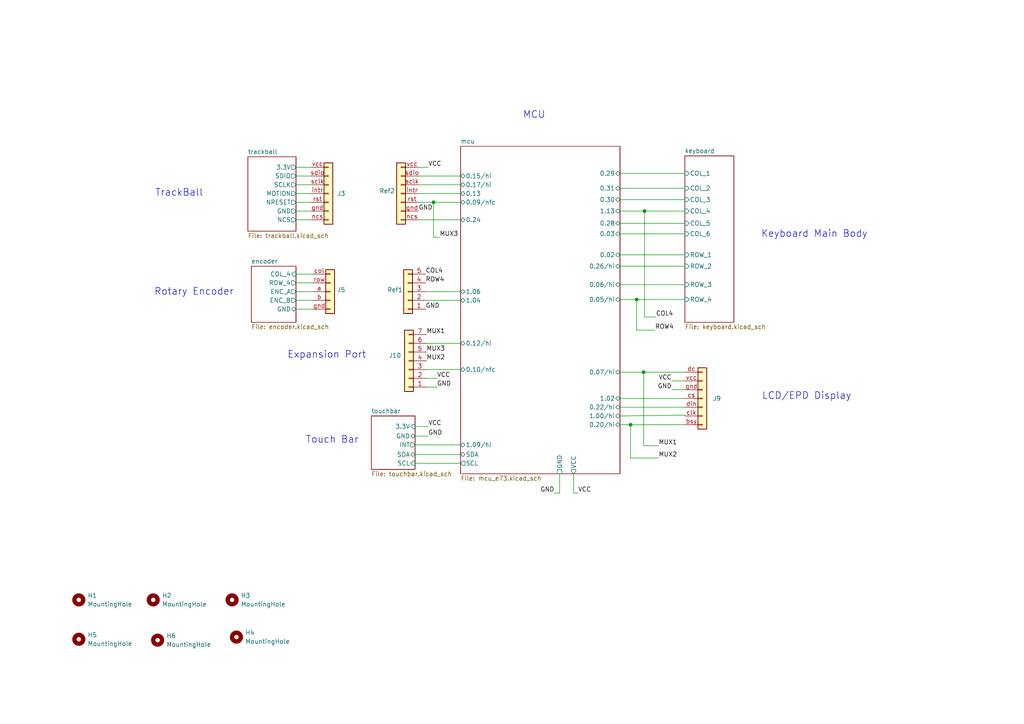
<source format=kicad_sch>
(kicad_sch (version 20211123) (generator eeschema)
  (paper "A4")
  (lib_symbols
    (symbol "Conn_01x05_1" (pin_names (offset 1.016) hide)
      (property "Reference" "J5" (at -1.016 3.302 0))
      (symbol "Conn_01x05_1_1_1"
        (rectangle (start -1.27 -4.953) (end 0 -5.207) (stroke (width 0.1524)))
        (rectangle (start -1.27 -2.413) (end 0 -2.667) (stroke (width 0.1524)))
        (rectangle (start -1.27 0.127) (end 0 -0.127) (stroke (width 0.1524)))
        (rectangle (start -1.27 2.667) (end 0 2.413) (stroke (width 0.1524)))
        (rectangle (start -1.27 5.207) (end 0 4.953) (stroke (width 0.1524)))
        (rectangle (start -1.27 6.35) (end 1.27 -6.35) (stroke (width 0.254)) (fill (type background)))
        (pin passive line (at -5.08 0 0) (length 3.81) (name "a") (number "a"))
        (pin passive line (at -5.08 -2.54 0) (length 3.81) (name "b") (number "b"))
        (pin passive line (at -5.08 5.08 0) (length 3.81) (name "col") (number "col"))
        (pin passive line (at -5.08 -5.08 0) (length 3.81) (name "gnd") (number "gnd"))
        (pin passive line (at -5.08 2.54 0) (length 3.81) (name "row") (number "row"))
      )
    )
    (symbol "Conn_01x07_1" (pin_names (offset 1.016) hide)
      (property "Reference" "J3" (at 2.54 1.2701 0))
      (property "Value" "Conn_01x07" (at 2.54 -1.2699 0))
      (symbol "Conn_01x07_1_1_1"
        (rectangle (start -1.27 -7.493) (end 0 -7.747) (stroke (width 0.1524)))
        (rectangle (start -1.27 -4.953) (end 0 -5.207) (stroke (width 0.1524)))
        (rectangle (start -1.27 -2.413) (end 0 -2.667) (stroke (width 0.1524)))
        (rectangle (start -1.27 0.127) (end 0 -0.127) (stroke (width 0.1524)))
        (rectangle (start -1.27 2.667) (end 0 2.413) (stroke (width 0.1524)))
        (rectangle (start -1.27 5.207) (end 0 4.953) (stroke (width 0.1524)))
        (rectangle (start -1.27 7.747) (end 0 7.493) (stroke (width 0.1524)))
        (rectangle (start -1.27 8.89) (end 1.27 -8.89) (stroke (width 0.254)) (fill (type background)))
        (pin passive line (at -5.08 -5.08 0) (length 3.81) (name "gnd") (number "gnd"))
        (pin passive line (at -5.08 0 0) (length 3.81) (name "motion") (number "intr"))
        (pin passive line (at -5.08 -7.62 0) (length 3.81) (name "ncs") (number "ncs"))
        (pin passive line (at -5.08 -2.54 0) (length 3.81) (name "rst") (number "rst"))
        (pin passive line (at -5.08 2.54 0) (length 3.81) (name "sclk") (number "sclk"))
        (pin passive line (at -5.08 5.08 0) (length 3.81) (name "sdio") (number "sdio"))
        (pin passive line (at -5.08 7.62 0) (length 3.81) (name "vcc") (number "vcc"))
      )
    )
    (symbol "Conn_01x07_2" (pin_names (offset 1.016) hide)
      (property "Reference" "Ref2" (at -2.54 13.97 0))
      (symbol "Conn_01x07_2_1_1"
        (rectangle (start -1.27 -7.493) (end 0 -7.747) (stroke (width 0.1524)))
        (rectangle (start -1.27 -4.953) (end 0 -5.207) (stroke (width 0.1524)))
        (rectangle (start -1.27 -2.413) (end 0 -2.667) (stroke (width 0.1524)))
        (rectangle (start -1.27 0.127) (end 0 -0.127) (stroke (width 0.1524)))
        (rectangle (start -1.27 2.667) (end 0 2.413) (stroke (width 0.1524)))
        (rectangle (start -1.27 5.207) (end 0 4.953) (stroke (width 0.1524)))
        (rectangle (start -1.27 7.747) (end 0 7.493) (stroke (width 0.1524)))
        (rectangle (start -1.27 8.89) (end 1.27 -8.89) (stroke (width 0.254)) (fill (type background)))
        (pin passive line (at -5.08 5.08 0) (length 3.81) (name "gnd") (number "gnd"))
        (pin passive line (at -5.08 0 0) (length 3.81) (name "motion") (number "intr"))
        (pin passive line (at -5.08 7.62 0) (length 3.81) (name "ncs") (number "ncs"))
        (pin passive line (at -5.08 2.54 0) (length 3.81) (name "rst") (number "rst"))
        (pin passive line (at -5.08 -2.54 0) (length 3.81) (name "sclk") (number "sclk"))
        (pin passive line (at -5.08 -5.08 0) (length 3.81) (name "sdio") (number "sdio"))
        (pin passive line (at -5.08 -7.62 0) (length 3.81) (name "vcc") (number "vcc"))
      )
    )
    (symbol "Connector_Generic:Conn_01x05" (pin_names (offset 1.016) hide)
      (property "Reference" "J" (at 0 7.62 0))
      (property "Value" "Conn_01x05" (at 0 -7.62 0))
      (symbol "Conn_01x05_1_1"
        (rectangle (start -1.27 -4.953) (end 0 -5.207) (stroke (width 0.1524)))
        (rectangle (start -1.27 -2.413) (end 0 -2.667) (stroke (width 0.1524)))
        (rectangle (start -1.27 0.127) (end 0 -0.127) (stroke (width 0.1524)))
        (rectangle (start -1.27 2.667) (end 0 2.413) (stroke (width 0.1524)))
        (rectangle (start -1.27 5.207) (end 0 4.953) (stroke (width 0.1524)))
        (rectangle (start -1.27 6.35) (end 1.27 -6.35) (stroke (width 0.254)) (fill (type background)))
        (pin passive line (at -5.08 5.08 0) (length 3.81) (name "Pin_1") (number "1"))
        (pin passive line (at -5.08 2.54 0) (length 3.81) (name "Pin_2") (number "2"))
        (pin passive line (at -5.08 0 0) (length 3.81) (name "Pin_3") (number "3"))
        (pin passive line (at -5.08 -2.54 0) (length 3.81) (name "Pin_4") (number "4"))
        (pin passive line (at -5.08 -5.08 0) (length 3.81) (name "Pin_5") (number "5"))
      )
    )
    (symbol "Connector_Generic:Conn_01x07" (pin_names (offset 1.016) hide)
      (property "Reference" "J" (at 0 10.16 0))
      (property "Value" "Conn_01x07" (at 0 -10.16 0))
      (symbol "Conn_01x07_1_1"
        (rectangle (start -1.27 -7.493) (end 0 -7.747) (stroke (width 0.1524)))
        (rectangle (start -1.27 -4.953) (end 0 -5.207) (stroke (width 0.1524)))
        (rectangle (start -1.27 -2.413) (end 0 -2.667) (stroke (width 0.1524)))
        (rectangle (start -1.27 0.127) (end 0 -0.127) (stroke (width 0.1524)))
        (rectangle (start -1.27 2.667) (end 0 2.413) (stroke (width 0.1524)))
        (rectangle (start -1.27 5.207) (end 0 4.953) (stroke (width 0.1524)))
        (rectangle (start -1.27 7.747) (end 0 7.493) (stroke (width 0.1524)))
        (rectangle (start -1.27 8.89) (end 1.27 -8.89) (stroke (width 0.254)) (fill (type background)))
        (pin passive line (at -5.08 7.62 0) (length 3.81) (name "Pin_1") (number "1"))
        (pin passive line (at -5.08 5.08 0) (length 3.81) (name "Pin_2") (number "2"))
        (pin passive line (at -5.08 2.54 0) (length 3.81) (name "Pin_3") (number "3"))
        (pin passive line (at -5.08 0 0) (length 3.81) (name "Pin_4") (number "4"))
        (pin passive line (at -5.08 -2.54 0) (length 3.81) (name "Pin_5") (number "5"))
        (pin passive line (at -5.08 -5.08 0) (length 3.81) (name "Pin_6") (number "6"))
        (pin passive line (at -5.08 -7.62 0) (length 3.81) (name "Pin_7") (number "7"))
      )
    )
    (symbol "Mechanical:MountingHole" (pin_names (offset 1.016))
      (property "Reference" "H" (at 0 5.08 0))
      (property "Value" "MountingHole" (at 0 3.175 0))
      (symbol "MountingHole_0_1"
        (circle (center 0 0) (radius 1.27) (stroke (width 1.27)))
      )
    )
    (symbol "mysymbol:Conn_LCD" (pin_names (offset 1.016) hide)
      (property "Reference" "J" (at 0 10.16 0))
      (property "Value" "Conn_LCD" (at 0 -10.16 0))
      (symbol "Conn_LCD_1_1"
        (rectangle (start -1.27 -7.493) (end 0 -7.747) (stroke (width 0.1524)))
        (rectangle (start -1.27 -4.953) (end 0 -5.207) (stroke (width 0.1524)))
        (rectangle (start -1.27 -2.413) (end 0 -2.667) (stroke (width 0.1524)))
        (rectangle (start -1.27 0.127) (end 0 -0.127) (stroke (width 0.1524)))
        (rectangle (start -1.27 2.667) (end 0 2.413) (stroke (width 0.1524)))
        (rectangle (start -1.27 5.207) (end 0 4.953) (stroke (width 0.1524)))
        (rectangle (start -1.27 7.747) (end 0 7.493) (stroke (width 0.1524)))
        (rectangle (start -1.27 8.89) (end 1.27 -8.89) (stroke (width 0.254)) (fill (type background)))
        (pin passive line (at -5.08 -7.62 0) (length 3.81) (name "bsy") (number "bsy"))
        (pin passive line (at -5.08 -5.08 0) (length 3.81) (name "clk") (number "clk"))
        (pin passive line (at -5.08 0 0) (length 3.81) (name "cs") (number "cs"))
        (pin passive line (at -5.08 7.62 0) (length 3.81) (name "dc") (number "dc"))
        (pin passive line (at -5.08 -2.54 0) (length 3.81) (name "din") (number "din"))
        (pin passive line (at -5.08 2.54 0) (length 3.81) (name "gnd") (number "gnd"))
        (pin passive line (at -5.08 5.08 0) (length 3.81) (name "vcc") (number "vcc"))
      )
    )
  )
  (junction (at 186.69 107.95))
  (junction (at 182.88 123.19))
  (junction (at 184.658 86.868))
  (junction (at 186.944 61.214))
  (junction (at 125.73 58.674))
  (wire (pts (xy 194.818 113.03) (xy 198.628 113.03)))
  (wire (pts (xy 85.852 82.042) (xy 90.678 82.042)))
  (wire (pts (xy 194.818 110.49) (xy 198.628 110.49)))
  (wire (pts (xy 179.832 115.57) (xy 198.628 115.57)))
  (wire (pts (xy 179.832 64.77) (xy 198.628 64.77)))
  (wire (pts (xy 179.832 82.55) (xy 198.628 82.55)))
  (wire (pts (xy 179.832 50.292) (xy 198.628 50.292)))
  (wire (pts (xy 120.396 131.826) (xy 133.604 131.826)))
  (wire (pts (xy 127.508 68.834) (xy 125.73 68.834)))
  (wire (pts (xy 121.412 53.594) (xy 133.604 53.594)))
  (wire (pts (xy 198.628 120.396) (xy 198.628 120.65)))
  (wire (pts (xy 198.628 123.19) (xy 182.88 123.19)))
  (wire (pts (xy 85.852 56.134) (xy 90.17 56.134)))
  (wire (pts (xy 125.73 58.674) (xy 133.604 58.674)))
  (wire (pts (xy 120.396 129.032) (xy 133.604 129.032)))
  (wire (pts (xy 125.73 58.674) (xy 125.73 68.834)))
  (wire (pts (xy 179.832 120.65) (xy 198.628 120.396)))
  (wire (pts (xy 121.412 48.514) (xy 124.206 48.514)))
  (wire (pts (xy 85.852 84.582) (xy 90.678 84.582)))
  (wire (pts (xy 85.852 79.502) (xy 90.678 79.502)))
  (wire (pts (xy 85.852 89.662) (xy 90.678 89.662)))
  (wire (pts (xy 162.306 143.002) (xy 160.782 143.002)))
  (wire (pts (xy 182.88 123.19) (xy 179.832 123.19)))
  (wire (pts (xy 120.396 126.492) (xy 124.206 126.492)))
  (wire (pts (xy 162.306 137.414) (xy 162.306 143.002)))
  (wire (pts (xy 120.396 134.366) (xy 133.604 134.366)))
  (wire (pts (xy 123.698 99.568) (xy 133.604 99.568)))
  (wire (pts (xy 189.992 95.758) (xy 184.658 95.758)))
  (wire (pts (xy 121.412 58.674) (xy 125.73 58.674)))
  (wire (pts (xy 121.412 56.134) (xy 133.604 56.134)))
  (wire (pts (xy 198.628 118.11) (xy 179.832 118.11)))
  (wire (pts (xy 166.37 143.002) (xy 167.64 143.002)))
  (wire (pts (xy 85.852 58.674) (xy 90.17 58.674)))
  (wire (pts (xy 186.69 129.286) (xy 186.69 107.95)))
  (wire (pts (xy 85.852 61.214) (xy 90.17 61.214)))
  (wire (pts (xy 184.658 95.758) (xy 184.658 86.868)))
  (wire (pts (xy 85.852 48.514) (xy 90.17 48.514)))
  (wire (pts (xy 85.852 63.754) (xy 90.17 63.754)))
  (wire (pts (xy 186.944 91.948) (xy 186.944 61.214)))
  (wire (pts (xy 186.944 61.214) (xy 198.628 61.214)))
  (wire (pts (xy 121.412 51.054) (xy 133.604 51.054)))
  (wire (pts (xy 182.88 132.842) (xy 182.88 123.19)))
  (wire (pts (xy 186.69 107.95) (xy 198.628 107.95)))
  (wire (pts (xy 179.832 57.912) (xy 198.628 57.912)))
  (wire (pts (xy 123.444 87.122) (xy 133.604 87.122)))
  (wire (pts (xy 123.698 109.728) (xy 126.746 109.728)))
  (wire (pts (xy 179.832 54.61) (xy 198.628 54.61)))
  (wire (pts (xy 123.444 84.582) (xy 133.604 84.582)))
  (wire (pts (xy 85.852 53.594) (xy 90.17 53.594)))
  (wire (pts (xy 123.698 107.188) (xy 133.604 107.188)))
  (wire (pts (xy 191.008 132.842) (xy 182.88 132.842)))
  (wire (pts (xy 179.832 77.216) (xy 198.628 77.216)))
  (wire (pts (xy 179.832 67.818) (xy 198.628 67.818)))
  (wire (pts (xy 191.008 129.286) (xy 186.69 129.286)))
  (wire (pts (xy 184.658 86.868) (xy 198.628 86.868)))
  (wire (pts (xy 120.396 123.698) (xy 124.206 123.698)))
  (wire (pts (xy 179.832 61.214) (xy 186.944 61.214)))
  (wire (pts (xy 179.832 86.868) (xy 184.658 86.868)))
  (wire (pts (xy 190.246 91.948) (xy 186.944 91.948)))
  (wire (pts (xy 123.698 112.268) (xy 126.746 112.268)))
  (wire (pts (xy 85.852 87.122) (xy 90.678 87.122)))
  (wire (pts (xy 121.412 63.754) (xy 133.604 63.754)))
  (wire (pts (xy 179.832 73.914) (xy 198.628 73.914)))
  (wire (pts (xy 166.37 137.414) (xy 166.37 143.002)))
  (wire (pts (xy 179.832 107.95) (xy 186.69 107.95)))
  (wire (pts (xy 85.852 51.054) (xy 90.17 51.054)))
  (text "Touch Bar" (at 88.646 128.778 0) (effects (font (size 2 2)) (justify left bottom)))
  (text "Rotary Encoder" (at 44.704 85.852 0) (effects (font (size 2 2)) (justify left bottom)))
  (text "LCD/EPD Display" (at 220.98 116.078 0) (effects (font (size 2 2)) (justify left bottom)))
  (text "Keyboard Main Body" (at 220.726 69.088 0) (effects (font (size 2 2)) (justify left bottom)))
  (text "Expansion Port" (at 83.312 104.14 0) (effects (font (size 2 2)) (justify left bottom)))
  (text "TrackBall" (at 44.958 57.15 0) (effects (font (size 2 2)) (justify left bottom)))
  (text "MCU" (at 151.638 34.544 0) (effects (font (size 2 2)) (justify left bottom)))
  (label "MUX3" (at 123.698 102.108 0))
  (label "MUX2" (at 191.008 132.842 0))
  (label "MUX3" (at 127.508 68.834 0))
  (label "VCC" (at 167.64 143.002 0))
  (label "VCC" (at 126.746 109.728 0))
  (label "GND" (at 194.818 113.03 180))
  (label "VCC" (at 124.206 123.698 0))
  (label "MUX1" (at 191.008 129.286 0))
  (label "GND" (at 123.444 89.662 0))
  (label "ROW4" (at 189.992 95.758 0))
  (label "ROW4" (at 123.444 82.042 0))
  (label "MUX1" (at 123.698 97.028 0))
  (label "GND" (at 160.782 143.002 180))
  (label "GND" (at 121.412 61.214 0))
  (label "GND" (at 124.206 126.492 0))
  (label "GND" (at 126.746 112.268 0))
  (label "VCC" (at 124.206 48.514 0))
  (label "COL4" (at 123.444 79.502 0))
  (label "MUX2" (at 123.698 104.648 0))
  (label "COL4" (at 190.246 91.948 0))
  (label "VCC" (at 194.818 110.49 180))
  (symbol (lib_name "Conn_01x07_2") (lib_id "Connector_Generic:Conn_01x07") (at 116.332 56.134 180) (unit 1) (in_bom no)
    (property "Reference" "Ref2" (at 112.268 55.372 0))
    (property "Value" "Conn_1x07" (effects hide))
    (property "Footprint" "mylib:PMW3610-Ref" (effects hide))
  )
  (symbol (lib_id "Mechanical:MountingHole") (at 22.86 173.99 0) (unit 1) (in_bom no)
    (property "Reference" "H1" (at 25.4 172.7199 0) (effects (justify left)))
    (property "Value" "MountingHole" (at 25.4 175.2599 0) (effects (justify left)))
    (property "Footprint" "MountingHole:MountingHole_3.2mm_M3_DIN965" (effects hide))
  )
  (symbol (lib_id "Mechanical:MountingHole") (at 45.72 185.674 0) (unit 1) (in_bom no)
    (property "Reference" "H6" (at 48.26 184.4039 0) (effects (justify left)))
    (property "Value" "MountingHole" (at 48.26 186.9439 0) (effects (justify left)))
    (property "Footprint" "MountingHole:MountingHole_3.2mm_M3_DIN965" (effects hide))
  )
  (symbol (lib_id "Connector_Generic:Conn_01x07") (at 118.618 104.648 180) (unit 1)
    (property "Reference" "J10" (at 114.554 103.124 0))
    (property "Value" "Conn_01x07" (effects hide))
    (property "Footprint" "mylib:Magnetic-PogoPin-1x07-Male" (effects hide))
  )
  (symbol (lib_id "mysymbol:Conn_LCD") (at 203.708 115.57 0) (unit 1)
    (property "Reference" "J9" (at 206.756 115.5699 0) (effects (justify left)))
    (property "Value" "Conn_Display_general" (effects hide))
    (property "Footprint" "mylib:Conn_Display_MountHole" (effects hide))
  )
  (symbol (lib_id "Connector_Generic:Conn_01x05") (at 118.364 84.582 180) (unit 1)
    (property "Reference" "Ref1" (at 114.554 84.074 0))
    (property "Value" "Conn_01x05" (effects hide))
    (property "Footprint" "mylib:Panasonic_EVQWGD001_Ref" (effects hide))
  )
  (symbol (lib_name "Conn_01x05_1") (lib_id "Connector_Generic:Conn_01x05") (at 95.758 84.582 0) (unit 1) (in_bom no)
    (property "Reference" "J5" (at 97.79 84.074 0) (effects (justify left)))
    (property "Value" "Conn_01x05" (effects hide))
    (property "Footprint" "mylib:Panasonic_EVQWGD001_Ref_Male" (effects hide))
  )
  (symbol (lib_id "Mechanical:MountingHole") (at 22.86 185.42 0) (unit 1) (in_bom no)
    (property "Reference" "H5" (at 25.4 184.1499 0) (effects (justify left)))
    (property "Value" "MountingHole" (at 25.4 186.6899 0) (effects (justify left)))
    (property "Footprint" "MountingHole:MountingHole_3.2mm_M3_DIN965" (effects hide))
  )
  (symbol (lib_id "Mechanical:MountingHole") (at 44.45 173.99 0) (unit 1) (in_bom no)
    (property "Reference" "H2" (at 46.99 172.7199 0) (effects (justify left)))
    (property "Value" "MountingHole" (at 46.99 175.2599 0) (effects (justify left)))
    (property "Footprint" "MountingHole:MountingHole_3.2mm_M3_DIN965" (effects hide))
  )
  (symbol (lib_id "Mechanical:MountingHole") (at 68.58 184.785 0) (unit 1) (in_bom no)
    (property "Reference" "H4" (at 71.12 183.5149 0) (effects (justify left)))
    (property "Value" "MountingHole" (at 71.12 186.0549 0) (effects (justify left)))
    (property "Footprint" "MountingHole:MountingHole_3.2mm_M3_DIN965" (effects hide))
  )
  (symbol (lib_id "Mechanical:MountingHole") (at 67.31 173.99 0) (unit 1) (in_bom no)
    (property "Reference" "H3" (at 69.85 172.7199 0) (effects (justify left)))
    (property "Value" "MountingHole" (at 69.85 175.2599 0) (effects (justify left)))
    (property "Footprint" "MountingHole:MountingHole_3.2mm_M3_DIN965" (effects hide))
  )
  (symbol (lib_name "Conn_01x07_1") (lib_id "Connector_Generic:Conn_01x07") (at 95.25 56.134 0) (unit 1) (in_bom no)
    (property "Reference" "J3" (at 97.79 56.1339 0) (effects (justify left)))
    (property "Value" "Conn_01x07" (effects hide))
    (property "Footprint" "mylib:PMW3610-Ref-Male" (effects hide))
  )
  (sheet (at 71.882 45.466) (size 13.97 21.59) (stroke (width 0.1524))
    (property "Sheet name" "trackball" (at 71.882 44.7544 0) (effects (justify left bottom)))
    (property "Sheet file" "trackball.kicad_sch" (at 71.882 67.6406 0) (effects (justify left top)))
    (pin "NCS" output (at 85.852 63.754 0))
    (pin "3.3V" output (at 85.852 48.514 0))
    (pin "GND" output (at 85.852 61.214 0))
    (pin "NRESET" output (at 85.852 58.674 0))
    (pin "SDIO" output (at 85.852 51.054 0))
    (pin "SCLK" output (at 85.852 53.594 0))
    (pin "MOTION" output (at 85.852 56.134 0))
  )
  (sheet (at 107.696 120.65) (size 12.7 15.494) (stroke (width 0.1524))
    (property "Sheet name" "touchbar" (at 107.696 119.9384 0) (effects (justify left bottom)))
    (property "Sheet file" "touchbar.kicad_sch" (at 107.696 136.7286 0) (effects (justify left top)))
    (pin "GND" bidirectional (at 120.396 126.492 0))
    (pin "INT" output (at 120.396 129.032 0))
    (pin "SDA" bidirectional (at 120.396 131.826 0))
    (pin "SCL" input (at 120.396 134.366 0))
    (pin "3.3V" input (at 120.396 123.698 0))
  )
  (sheet (at 198.628 45.212) (size 14.224 48.26) (stroke (width 0.1524))
    (property "Sheet name" "keyboard" (at 198.628 44.5004 0) (effects (justify left bottom)))
    (property "Sheet file" "keyboard.kicad_sch" (at 198.628 94.0566 0) (effects (justify left top)))
    (pin "COL_4" input (at 198.628 61.214 180))
    (pin "COL_1" input (at 198.628 50.292 180))
    (pin "COL_2" input (at 198.628 54.61 180))
    (pin "COL_3" input (at 198.628 57.912 180))
    (pin "COL_5" input (at 198.628 64.77 180))
    (pin "ROW_1" input (at 198.628 73.914 180))
    (pin "ROW_4" input (at 198.628 86.868 180))
    (pin "ROW_2" input (at 198.628 77.216 180))
    (pin "ROW_3" input (at 198.628 82.55 180))
    (pin "COL_6" input (at 198.628 67.818 180))
  )
  (sheet (at 133.604 42.418) (size 46.228 94.996) (stroke (width 0.1524))
    (property "Sheet name" "mcu" (at 133.604 41.7064 0) (effects (justify left bottom)))
    (property "Sheet file" "mcu_e73.kicad_sch" (at 133.604 137.9986 0) (effects (justify left top)))
    (pin "VCC" output (at 166.37 137.414 270))
    (pin "GND" passive (at 162.306 137.414 270))
    (pin "0.26{slash}hi" bidirectional (at 179.832 77.216 0))
    (pin "0.06{slash}hi" bidirectional (at 179.832 82.55 0))
    (pin "0.30" bidirectional (at 179.832 57.912 0))
    (pin "0.31" bidirectional (at 179.832 54.61 0))
    (pin "0.17{slash}hi" bidirectional (at 133.604 53.594 180))
    (pin "0.15{slash}hi" bidirectional (at 133.604 51.054 180))
    (pin "1.09{slash}hi" bidirectional (at 133.604 129.032 180))
    (pin "0.05{slash}hi" bidirectional (at 179.832 86.868 0))
    (pin "0.22{slash}hi" bidirectional (at 179.832 118.11 0))
    (pin "0.20{slash}hi" bidirectional (at 179.832 123.19 0))
    (pin "1.06" bidirectional (at 133.604 84.582 180))
    (pin "1.00{slash}hi" bidirectional (at 179.832 120.65 0))
    (pin "0.07{slash}hi" bidirectional (at 179.832 107.95 0))
    (pin "0.03" bidirectional (at 179.832 67.818 0))
    (pin "0.28" bidirectional (at 179.832 64.77 0))
    (pin "1.13" bidirectional (at 179.832 61.214 0))
    (pin "0.02" bidirectional (at 179.832 73.914 0))
    (pin "0.29" bidirectional (at 179.832 50.292 0))
    (pin "1.02" bidirectional (at 179.832 115.57 0))
    (pin "1.04" bidirectional (at 133.604 87.122 180))
    (pin "0.09{slash}nfc" bidirectional (at 133.604 58.674 180))
    (pin "0.10{slash}nfc" bidirectional (at 133.604 107.188 180))
    (pin "0.24" bidirectional (at 133.604 63.754 180))
    (pin "0.13" bidirectional (at 133.604 56.134 180))
    (pin "SCL" output (at 133.604 134.366 180))
    (pin "SDA" bidirectional (at 133.604 131.826 180))
    (pin "0.12{slash}hi" bidirectional (at 133.604 99.568 180))
  )
  (sheet (at 72.898 77.216) (size 12.954 16.256) (stroke (width 0.1524))
    (property "Sheet name" "encoder" (at 72.898 76.5044 0) (effects (justify left bottom)))
    (property "Sheet file" "encoder.kicad_sch" (at 72.898 94.0566 0) (effects (justify left top)))
    (pin "ROW_4" output (at 85.852 82.042 0))
    (pin "GND" bidirectional (at 85.852 89.662 0))
    (pin "ENC_A" output (at 85.852 84.582 0))
    (pin "ENC_B" output (at 85.852 87.122 0))
    (pin "COL_4" input (at 85.852 79.502 0))
  )
)
</source>
